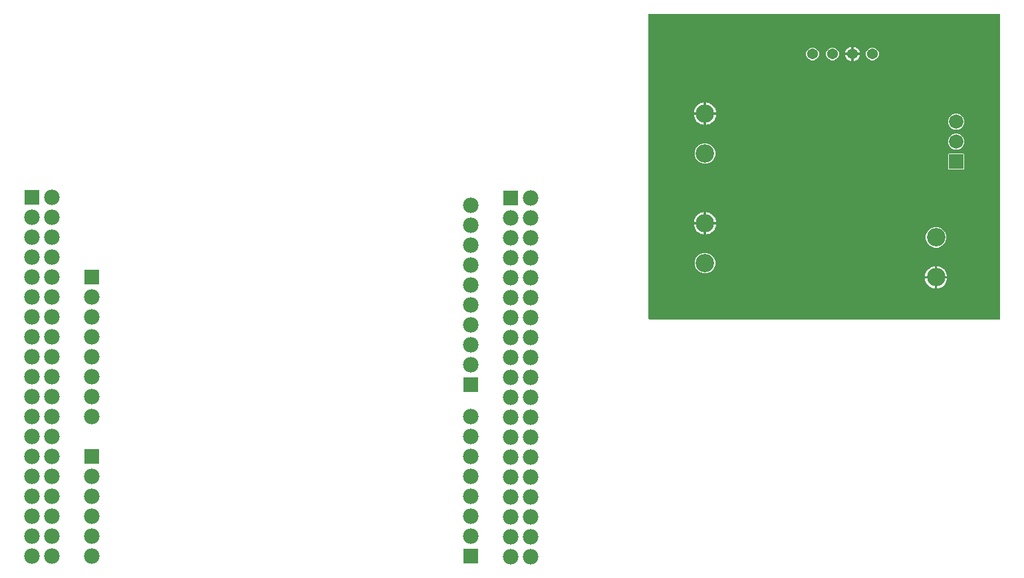
<source format=gbl>
G04 EAGLE Gerber RS-274X export*
G75*
%MOMM*%
%FSLAX34Y34*%
%LPD*%
%INBottom Copper*%
%IPPOS*%
%AMOC8*
5,1,8,0,0,1.08239X$1,22.5*%
G01*
%ADD10R,1.828800X1.828800*%
%ADD11C,1.828800*%
%ADD12R,1.980000X1.980000*%
%ADD13C,1.980000*%
%ADD14C,1.371600*%
%ADD15C,2.340000*%
%ADD16C,0.452400*%

G36*
X-20118Y747196D02*
X-20118Y747196D01*
X-20137Y747198D01*
X-20239Y747176D01*
X-20341Y747160D01*
X-20358Y747150D01*
X-20378Y747146D01*
X-20467Y747093D01*
X-20558Y747044D01*
X-20572Y747030D01*
X-20589Y747020D01*
X-20656Y746941D01*
X-20728Y746866D01*
X-20736Y746848D01*
X-20749Y746833D01*
X-20788Y746737D01*
X-20831Y746643D01*
X-20833Y746623D01*
X-20841Y746605D01*
X-20859Y746438D01*
X-20859Y358362D01*
X-20856Y358342D01*
X-20858Y358323D01*
X-20836Y358221D01*
X-20820Y358119D01*
X-20810Y358102D01*
X-20806Y358082D01*
X-20753Y357993D01*
X-20704Y357902D01*
X-20690Y357888D01*
X-20680Y357871D01*
X-20601Y357804D01*
X-20526Y357732D01*
X-20508Y357724D01*
X-20493Y357711D01*
X-20397Y357672D01*
X-20303Y357629D01*
X-20283Y357627D01*
X-20265Y357619D01*
X-20098Y357601D01*
X425738Y357601D01*
X425758Y357604D01*
X425777Y357602D01*
X425879Y357624D01*
X425981Y357640D01*
X425998Y357650D01*
X426018Y357654D01*
X426107Y357707D01*
X426198Y357756D01*
X426212Y357770D01*
X426229Y357780D01*
X426296Y357859D01*
X426368Y357934D01*
X426376Y357952D01*
X426389Y357967D01*
X426428Y358063D01*
X426471Y358157D01*
X426473Y358177D01*
X426481Y358195D01*
X426499Y358362D01*
X426499Y746438D01*
X426496Y746458D01*
X426498Y746477D01*
X426476Y746579D01*
X426460Y746681D01*
X426450Y746698D01*
X426446Y746718D01*
X426393Y746807D01*
X426344Y746898D01*
X426330Y746912D01*
X426320Y746929D01*
X426241Y746996D01*
X426166Y747068D01*
X426148Y747076D01*
X426133Y747089D01*
X426037Y747128D01*
X425943Y747171D01*
X425923Y747173D01*
X425905Y747181D01*
X425738Y747199D01*
X-20098Y747199D01*
X-20118Y747196D01*
G37*
%LPC*%
G36*
X48470Y556200D02*
X48470Y556200D01*
X43703Y558175D01*
X40054Y561824D01*
X38079Y566591D01*
X38079Y571751D01*
X40054Y576518D01*
X43703Y580167D01*
X48470Y582142D01*
X53630Y582142D01*
X58397Y580167D01*
X62046Y576518D01*
X64021Y571751D01*
X64021Y566591D01*
X62046Y561824D01*
X58397Y558175D01*
X53630Y556200D01*
X48470Y556200D01*
G37*
%LPD*%
%LPC*%
G36*
X342610Y449098D02*
X342610Y449098D01*
X337843Y451073D01*
X334194Y454722D01*
X332219Y459489D01*
X332219Y464649D01*
X334194Y469416D01*
X337843Y473065D01*
X342610Y475040D01*
X347770Y475040D01*
X352537Y473065D01*
X356186Y469416D01*
X358161Y464649D01*
X358161Y459489D01*
X356186Y454722D01*
X352537Y451073D01*
X347770Y449098D01*
X342610Y449098D01*
G37*
%LPD*%
%LPC*%
G36*
X48470Y416500D02*
X48470Y416500D01*
X43703Y418475D01*
X40054Y422124D01*
X38079Y426891D01*
X38079Y432051D01*
X40054Y436818D01*
X43703Y440467D01*
X48470Y442442D01*
X53630Y442442D01*
X58397Y440467D01*
X62046Y436818D01*
X64021Y432051D01*
X64021Y426891D01*
X62046Y422124D01*
X58397Y418475D01*
X53630Y416500D01*
X48470Y416500D01*
G37*
%LPD*%
%LPC*%
G36*
X361170Y548385D02*
X361170Y548385D01*
X360425Y549130D01*
X360425Y568470D01*
X361170Y569215D01*
X380510Y569215D01*
X381255Y568470D01*
X381255Y549130D01*
X380510Y548385D01*
X361170Y548385D01*
G37*
%LPD*%
%LPC*%
G36*
X368768Y599185D02*
X368768Y599185D01*
X364940Y600771D01*
X362011Y603700D01*
X360425Y607528D01*
X360425Y611672D01*
X362011Y615500D01*
X364940Y618429D01*
X368768Y620015D01*
X372912Y620015D01*
X376740Y618429D01*
X379669Y615500D01*
X381255Y611672D01*
X381255Y607528D01*
X379669Y603700D01*
X376740Y600771D01*
X372912Y599185D01*
X368768Y599185D01*
G37*
%LPD*%
%LPC*%
G36*
X368768Y573785D02*
X368768Y573785D01*
X364940Y575371D01*
X362011Y578300D01*
X360425Y582128D01*
X360425Y586272D01*
X362011Y590100D01*
X364940Y593029D01*
X368768Y594615D01*
X372912Y594615D01*
X376740Y593029D01*
X379669Y590100D01*
X381255Y586272D01*
X381255Y582128D01*
X379669Y578300D01*
X376740Y575371D01*
X372912Y573785D01*
X368768Y573785D01*
G37*
%LPD*%
%LPC*%
G36*
X262543Y687831D02*
X262543Y687831D01*
X259555Y689069D01*
X257269Y691355D01*
X256031Y694343D01*
X256031Y697577D01*
X257269Y700565D01*
X259555Y702851D01*
X262543Y704089D01*
X265777Y704089D01*
X268765Y702851D01*
X271051Y700565D01*
X272289Y697577D01*
X272289Y694343D01*
X271051Y691355D01*
X268765Y689069D01*
X265777Y687831D01*
X262543Y687831D01*
G37*
%LPD*%
%LPC*%
G36*
X211743Y687831D02*
X211743Y687831D01*
X208755Y689069D01*
X206469Y691355D01*
X205231Y694343D01*
X205231Y697577D01*
X206469Y700565D01*
X208755Y702851D01*
X211743Y704089D01*
X214977Y704089D01*
X217965Y702851D01*
X220251Y700565D01*
X221489Y697577D01*
X221489Y694343D01*
X220251Y691355D01*
X217965Y689069D01*
X214977Y687831D01*
X211743Y687831D01*
G37*
%LPD*%
%LPC*%
G36*
X186343Y687831D02*
X186343Y687831D01*
X183355Y689069D01*
X181069Y691355D01*
X179831Y694343D01*
X179831Y697577D01*
X181069Y700565D01*
X183355Y702851D01*
X186343Y704089D01*
X189577Y704089D01*
X192565Y702851D01*
X194851Y700565D01*
X196089Y697577D01*
X196089Y694343D01*
X194851Y691355D01*
X192565Y689069D01*
X189577Y687831D01*
X186343Y687831D01*
G37*
%LPD*%
%LPC*%
G36*
X52573Y621494D02*
X52573Y621494D01*
X52573Y634148D01*
X54385Y633861D01*
X56517Y633168D01*
X58514Y632151D01*
X60327Y630833D01*
X61912Y629248D01*
X63230Y627435D01*
X64247Y625438D01*
X64940Y623306D01*
X65227Y621494D01*
X52573Y621494D01*
G37*
%LPD*%
%LPC*%
G36*
X52573Y481794D02*
X52573Y481794D01*
X52573Y494448D01*
X54385Y494161D01*
X56517Y493468D01*
X58514Y492451D01*
X60327Y491133D01*
X61912Y489548D01*
X63230Y487735D01*
X64247Y485738D01*
X64940Y483606D01*
X65227Y481794D01*
X52573Y481794D01*
G37*
%LPD*%
%LPC*%
G36*
X346713Y412792D02*
X346713Y412792D01*
X346713Y425446D01*
X348525Y425159D01*
X350657Y424466D01*
X352654Y423449D01*
X354467Y422131D01*
X356052Y420546D01*
X357370Y418733D01*
X358387Y416736D01*
X359080Y414604D01*
X359367Y412792D01*
X346713Y412792D01*
G37*
%LPD*%
%LPC*%
G36*
X36873Y621494D02*
X36873Y621494D01*
X37160Y623306D01*
X37853Y625438D01*
X38870Y627435D01*
X40188Y629248D01*
X41773Y630833D01*
X43586Y632151D01*
X45583Y633168D01*
X47715Y633861D01*
X49527Y634148D01*
X49527Y621494D01*
X36873Y621494D01*
G37*
%LPD*%
%LPC*%
G36*
X52573Y618448D02*
X52573Y618448D01*
X65227Y618448D01*
X64940Y616636D01*
X64247Y614504D01*
X63230Y612507D01*
X61912Y610694D01*
X60327Y609109D01*
X58514Y607791D01*
X56517Y606774D01*
X54385Y606081D01*
X52573Y605794D01*
X52573Y618448D01*
G37*
%LPD*%
%LPC*%
G36*
X36873Y481794D02*
X36873Y481794D01*
X37160Y483606D01*
X37853Y485738D01*
X38870Y487735D01*
X40188Y489548D01*
X41773Y491133D01*
X43586Y492451D01*
X45583Y493468D01*
X47715Y494161D01*
X49527Y494448D01*
X49527Y481794D01*
X36873Y481794D01*
G37*
%LPD*%
%LPC*%
G36*
X52573Y478748D02*
X52573Y478748D01*
X65227Y478748D01*
X64940Y476936D01*
X64247Y474804D01*
X63230Y472807D01*
X61912Y470994D01*
X60327Y469409D01*
X58514Y468091D01*
X56517Y467074D01*
X54385Y466381D01*
X52573Y466094D01*
X52573Y478748D01*
G37*
%LPD*%
%LPC*%
G36*
X331013Y412792D02*
X331013Y412792D01*
X331300Y414604D01*
X331993Y416736D01*
X333010Y418733D01*
X334328Y420546D01*
X335913Y422131D01*
X337726Y423449D01*
X339723Y424466D01*
X341855Y425159D01*
X343667Y425446D01*
X343667Y412792D01*
X331013Y412792D01*
G37*
%LPD*%
%LPC*%
G36*
X346713Y409746D02*
X346713Y409746D01*
X359367Y409746D01*
X359080Y407934D01*
X358387Y405802D01*
X357370Y403805D01*
X356052Y401992D01*
X354467Y400407D01*
X352654Y399089D01*
X350657Y398072D01*
X348525Y397379D01*
X346713Y397092D01*
X346713Y409746D01*
G37*
%LPD*%
%LPC*%
G36*
X47715Y606081D02*
X47715Y606081D01*
X45583Y606774D01*
X43586Y607791D01*
X41773Y609109D01*
X40188Y610694D01*
X38870Y612507D01*
X37853Y614504D01*
X37160Y616636D01*
X36873Y618448D01*
X49527Y618448D01*
X49527Y605794D01*
X47715Y606081D01*
G37*
%LPD*%
%LPC*%
G36*
X47715Y466381D02*
X47715Y466381D01*
X45583Y467074D01*
X43586Y468091D01*
X41773Y469409D01*
X40188Y470994D01*
X38870Y472807D01*
X37853Y474804D01*
X37160Y476936D01*
X36873Y478748D01*
X49527Y478748D01*
X49527Y466094D01*
X47715Y466381D01*
G37*
%LPD*%
%LPC*%
G36*
X341855Y397379D02*
X341855Y397379D01*
X339723Y398072D01*
X337726Y399089D01*
X335913Y400407D01*
X334328Y401992D01*
X333010Y403805D01*
X331993Y405802D01*
X331300Y407934D01*
X331013Y409746D01*
X343667Y409746D01*
X343667Y397092D01*
X341855Y397379D01*
G37*
%LPD*%
%LPC*%
G36*
X240283Y697483D02*
X240283Y697483D01*
X240283Y705240D01*
X241501Y704998D01*
X243212Y704289D01*
X244751Y703260D01*
X246060Y701951D01*
X247089Y700412D01*
X247798Y698701D01*
X248040Y697483D01*
X240283Y697483D01*
G37*
%LPD*%
%LPC*%
G36*
X229480Y697483D02*
X229480Y697483D01*
X229722Y698701D01*
X230431Y700412D01*
X231460Y701951D01*
X232769Y703260D01*
X234308Y704289D01*
X236019Y704998D01*
X237237Y705240D01*
X237237Y697483D01*
X229480Y697483D01*
G37*
%LPD*%
%LPC*%
G36*
X240283Y694437D02*
X240283Y694437D01*
X248040Y694437D01*
X247798Y693219D01*
X247089Y691508D01*
X246060Y689969D01*
X244751Y688660D01*
X243212Y687631D01*
X241501Y686922D01*
X240283Y686680D01*
X240283Y694437D01*
G37*
%LPD*%
%LPC*%
G36*
X236019Y686922D02*
X236019Y686922D01*
X234308Y687631D01*
X232769Y688660D01*
X231460Y689969D01*
X230431Y691508D01*
X229722Y693219D01*
X229480Y694437D01*
X237237Y694437D01*
X237237Y686680D01*
X236019Y686922D01*
G37*
%LPD*%
%LPC*%
G36*
X238759Y695959D02*
X238759Y695959D01*
X238759Y695961D01*
X238761Y695961D01*
X238761Y695959D01*
X238759Y695959D01*
G37*
%LPD*%
%LPC*%
G36*
X51049Y619970D02*
X51049Y619970D01*
X51049Y619972D01*
X51051Y619972D01*
X51051Y619970D01*
X51049Y619970D01*
G37*
%LPD*%
%LPC*%
G36*
X51049Y480270D02*
X51049Y480270D01*
X51049Y480272D01*
X51051Y480272D01*
X51051Y480270D01*
X51049Y480270D01*
G37*
%LPD*%
%LPC*%
G36*
X345189Y411268D02*
X345189Y411268D01*
X345189Y411270D01*
X345191Y411270D01*
X345191Y411268D01*
X345189Y411268D01*
G37*
%LPD*%
D10*
X370840Y558800D03*
D11*
X370840Y584200D03*
X370840Y609600D03*
D12*
X-729500Y182800D03*
D13*
X-729500Y157400D03*
X-729500Y132000D03*
X-729500Y106600D03*
X-729500Y81200D03*
X-729500Y55800D03*
D12*
X-729500Y411400D03*
D13*
X-729500Y386000D03*
X-729500Y360600D03*
X-729500Y335200D03*
X-729500Y309800D03*
X-729500Y284400D03*
X-729500Y259000D03*
X-729500Y233600D03*
D12*
X-805700Y513000D03*
D13*
X-780300Y513000D03*
X-805700Y487600D03*
X-780300Y487600D03*
X-805700Y462200D03*
X-780300Y462200D03*
X-805700Y436800D03*
X-780300Y436800D03*
X-805700Y411400D03*
X-780300Y411400D03*
X-805700Y386000D03*
X-780300Y386000D03*
X-805700Y360600D03*
X-780300Y360600D03*
X-805700Y335200D03*
X-780300Y335200D03*
X-805700Y309800D03*
X-780300Y309800D03*
X-805700Y284400D03*
X-780300Y284400D03*
X-805700Y259000D03*
X-780300Y259000D03*
X-805700Y233600D03*
X-780300Y233600D03*
X-805700Y208200D03*
X-780300Y208200D03*
X-805700Y182800D03*
X-780300Y182800D03*
X-805700Y157400D03*
X-780300Y157400D03*
X-805700Y132000D03*
X-780300Y132000D03*
X-805700Y106600D03*
X-780300Y106600D03*
X-805700Y81200D03*
X-780300Y81200D03*
X-805700Y55800D03*
X-780300Y55800D03*
D12*
X-246900Y274240D03*
D13*
X-246900Y299640D03*
X-246900Y325040D03*
X-246900Y350440D03*
X-246900Y375840D03*
X-246900Y401240D03*
X-246900Y426640D03*
X-246900Y452040D03*
X-246900Y477440D03*
X-246900Y502840D03*
X-246900Y106600D03*
X-246900Y132000D03*
X-246900Y157400D03*
X-246900Y182800D03*
X-246900Y208200D03*
X-246900Y233600D03*
D12*
X-246900Y55800D03*
D13*
X-246900Y81200D03*
D12*
X-196100Y512750D03*
D13*
X-170700Y512750D03*
X-196100Y487350D03*
X-170700Y487350D03*
X-196100Y461950D03*
X-170700Y461950D03*
X-196100Y436550D03*
X-170700Y436550D03*
X-196100Y411150D03*
X-170700Y411150D03*
X-196100Y385750D03*
X-170700Y385750D03*
X-196100Y360350D03*
X-170700Y360350D03*
X-196100Y334950D03*
X-170700Y334950D03*
X-196100Y309550D03*
X-170700Y309550D03*
X-196100Y284150D03*
X-170700Y284150D03*
X-196100Y258750D03*
X-170700Y258750D03*
X-196100Y233350D03*
X-170700Y233350D03*
X-196100Y207950D03*
X-170700Y207950D03*
X-196100Y182550D03*
X-170700Y182550D03*
X-196100Y157150D03*
X-170700Y157150D03*
X-196100Y131750D03*
X-170700Y131750D03*
X-196100Y106350D03*
X-170700Y106350D03*
X-196100Y80950D03*
X-170700Y80950D03*
X-196100Y55550D03*
X-170700Y55550D03*
D14*
X264160Y695960D03*
X238760Y695960D03*
X213360Y695960D03*
X187960Y695960D03*
D15*
X51050Y619971D03*
X51050Y569171D03*
X51050Y480271D03*
X51050Y429471D03*
X345190Y411269D03*
X345190Y462069D03*
D16*
X187960Y551180D03*
X147320Y538480D03*
M02*

</source>
